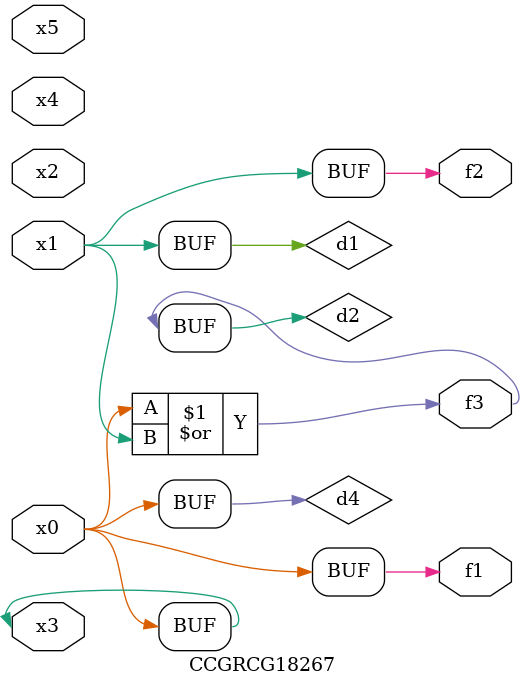
<source format=v>
module CCGRCG18267(
	input x0, x1, x2, x3, x4, x5,
	output f1, f2, f3
);

	wire d1, d2, d3, d4;

	and (d1, x1);
	or (d2, x0, x1);
	nand (d3, x0, x5);
	buf (d4, x0, x3);
	assign f1 = d4;
	assign f2 = d1;
	assign f3 = d2;
endmodule

</source>
